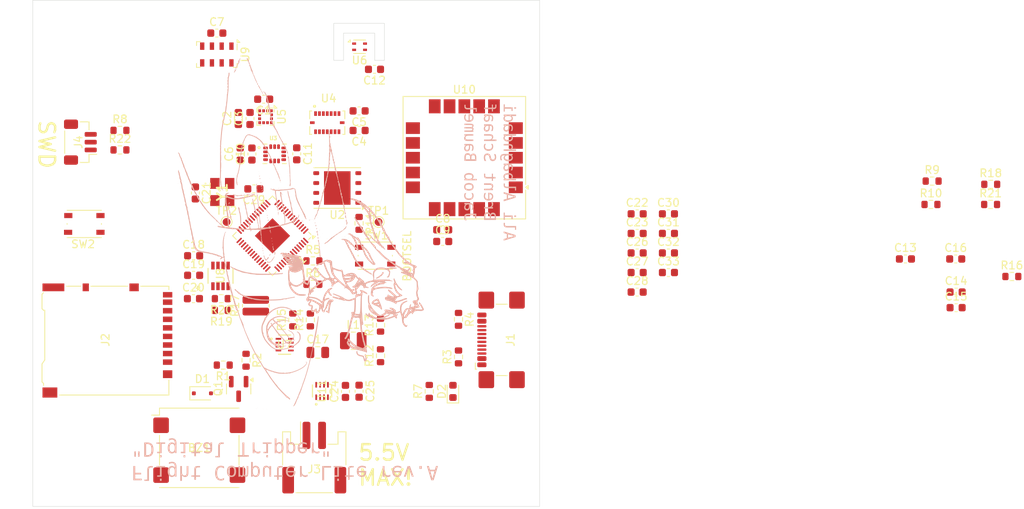
<source format=kicad_pcb>
(kicad_pcb (version 20240108) (generator "pcbnew") (generator_version "8.0")
  (layers (0 "F.Cu" signal) (31 "B.Cu" signal) (34 "B.Paste" user) (35 "F.Paste" user) (36 "B.SilkS" user "B.Silkscreen") (37 "F.SilkS" user "F.Silkscreen") (38 "B.Mask" user) (39 "F.Mask" user) (44 "Edge.Cuts" user))
  (net 0 "")
  (net 1 "Net-(J1-CC2)")
  (net 2 "Net-(J1-CC1)")
  (net 3 "VBUS")
  (net 4 "+BATT")
  (net 13 "Net-(U5-C1)")
  (net 14 "/PSU/-IN")
  (net 19 "/PSU/+IN")
  (net 24 "Net-(U8-IN+)")
  (net 26 "Net-(U8-IN-)")
  (net 33 "/SWDIO")
  (net 38 "/SWCLK")
  (net 45 "Net-(U7-LX2)")
  (net 48 "Net-(U7-LX1)")
  (net 50 "/I2C Bus 2/I2C_2_SCL")
  (net 51 "/I2C Bus 2/I2C_2_SDA")
  (net 52 "/QSPI_SS")
  (net 53 "/PSU/TPS_FB")
  (net 54 "Net-(U7-MODE)")
  (net 55 "/I2C Bus 1/I2C_1_SDA")
  (net 56 "/I2C Bus 1/I2C_1_SCL")
  (net 58 "/QSPI_SD3")
  (net 59 "/I2C_1_SDA")
  (net 60 "/QSPI_SD1")
  (net 61 "/QSPI_SCLK")
  (net 63 "/I2C_1_SCL")
  (net 64 "/QSPI_SD0")
  (net 65 "/QSPI_SD2")
  (net 66 "/XIN")
  (net 67 "/PSU/I2C_1_SDA")
  (net 68 "/PSU/I2C_1_SCL")
  (net 70 "+3V3")
  (net 71 "Net-(BZ1--)")
  (net 72 "Net-(Q1-G)")
  (net 73 "GND")
  (net 74 "/BUZZER_CTL")
  (net 82 "/PSU/ST")
  (net 83 "/CPU_USB_D+")
  (net 97 "/CPU_USB_D-")
  (net 98 "/SC")
  (net 99 "/USB_D-")
  (net 100 "/USB_D+")
  (net 101 "/BOOTSEL")
  (net 102 "/PSU/PMON_ALERT")
  (net 103 "Net-(D2-K)")
  (net 104 "/SD")
  (net 105 "+1V1")
  (net 106 "/SD_DET")
  (net 107 "/USR")
  (net 108 "/RUN")
  (net 109 "/AD2")
  (net 110 "/AD0")
  (net 111 "/AD3")
  (net 112 "/AD1")
  (footprint "RF_GPS:ublox_SAM-M8Q" (layer "F.Cu") (at 181.5 75.5 180)
    (property "Reference" "U10" (at 0 8.75 0) (layer "F.SilkS"))
    (property "Value" "SAM-M10Q")
    (pad "1" smd rect (at -6.6 -3.8 180) (size 1.8 1.5) (layers "F.Cu" "F.Mask") (net 73 "GND"))
    (pad "2" smd rect (at -6.6 -1.9 180) (size 1.8 1.5) (layers "F.Cu" "F.Mask") (net 70 "+3V3"))
    (pad "3" smd rect (at -6.6 0 180) (size 1.8 1.5) (layers "F.Cu" "F.Mask"))
    (pad "4" smd rect (at -6.6 1.9 180) (size 1.8 1.5) (layers "F.Cu" "F.Mask") (net 73 "GND"))
    (pad "5" smd rect (at -6.6 3.8 180) (size 1.8 1.5) (layers "F.Cu" "F.Mask") (net 73 "GND"))
    (pad "6" smd rect (at -3.8 6.6 180) (size 1.5 1.8) (layers "F.Cu" "F.Mask") (net 73 "GND"))
    (pad "7" smd rect (at -1.9 6.6 180) (size 1.5 1.8) (layers "F.Cu" "F.Mask"))
    (pad "8" smd rect (at 0 6.6 180) (size 1.5 1.8) (layers "F.Cu" "F.Mask"))
    (pad "9" smd rect (at 1.9 6.6 180) (size 1.5 1.8) (layers "F.Cu" "F.Mask") (net 51 "/I2C Bus 2/I2C_2_SDA"))
    (pad "10" smd rect (at 3.8 6.6 180) (size 1.5 1.8) (layers "F.Cu" "F.Mask") (net 73 "GND"))
    (pad "11" smd rect (at 6.6 3.8 180) (size 1.8 1.5) (layers "F.Cu" "F.Mask") (net 73 "GND"))
    (pad "12" smd rect (at 6.6 1.9 180) (size 1.8 1.5) (layers "F.Cu" "F.Mask") (net 50 "/I2C Bus 2/I2C_2_SCL"))
    (pad "13" smd rect (at 6.6 0 180) (size 1.8 1.5) (layers "F.Cu" "F.Mask"))
    (pad "14" smd rect (at 6.6 -1.9 180) (size 1.8 1.5) (layers "F.Cu" "F.Mask"))
    (pad "15" smd rect (at 6.6 -3.8 180) (size 1.8 1.5) (layers "F.Cu" "F.Mask") (net 73 "GND"))
    (pad "16" smd rect (at 3.8 -6.6 180) (size 1.5 1.8) (layers "F.Cu" "F.Mask") (net 73 "GND"))
    (pad "17" smd rect (at 1.9 -6.6 180) (size 1.5 1.8) (layers "F.Cu" "F.Mask") (net 70 "+3V3"))
    (pad "18" smd rect (at 0 -6.6 180) (size 1.5 1.8) (layers "F.Cu" "F.Mask"))
    (pad "19" smd rect (at -1.9 -6.6 180) (size 1.5 1.8) (layers "F.Cu" "F.Mask"))
    (pad "20" smd rect (at -3.8 -6.6 180) (size 1.5 1.8) (layers "F.Cu" "F.Mask") (net 73 "GND"))
  )
  (footprint "Connector_JST:JST_SH_BM03B-SRSS-TB_1x03-1MP_P1.00mm_Vertical" (layer "F.Cu") (at 132.25 73.5 90)
    (property "Reference" "J4" (at 0 -0.25 90) (layer "F.SilkS"))
    (property "Value" "Conn_01x03_Pin")
    (pad "1" smd roundrect (at -1 1.325 90) (size 0.6 1.55) (layers "F.Cu" "F.Paste" "F.Mask") (net 33 "/SWDIO"))
    (pad "2" smd roundrect (at 0 1.325 90) (size 0.6 1.55) (layers "F.Cu" "F.Paste" "F.Mask") (net 73 "GND"))
    (pad "3" smd roundrect (at 1 1.325 90) (size 0.6 1.55) (layers "F.Cu" "F.Paste" "F.Mask") (net 38 "/SWCLK"))
    (pad "MP" smd roundrect (at -2.3 -1.2 90) (size 1.2 1.8) (layers "F.Cu" "F.Paste" "F.Mask") (roundrect_rratio 0.208333))
    (pad "MP" smd roundrect (at 2.3 -1.2 90) (size 1.2 1.8) (layers "F.Cu" "F.Paste" "F.Mask") (roundrect_rratio 0.208333))
  )
  (footprint "Capacitor_SMD:C_0603_1608Metric" (layer "F.Cu") (at 168 69.49 180)
    (property "Reference" "C5" (at 0 -1.43 0) (layer "F.SilkS"))
    (property "Value" "0.1u")
    (pad "1" smd roundrect (at -0.775 0 180) (size 0.9 0.95) (layers "F.Cu" "F.Paste" "F.Mask") (net 73 "GND"))
    (pad "2" smd roundrect (at 0.775 0 180) (size 0.9 0.95) (layers "F.Cu" "F.Paste" "F.Mask") (net 70 "+3V3"))
  )
  (footprint "Connector_Card:microSD_HC_Hirose_DM3AT-SF-PEJM5" (layer "F.Cu") (at 135.715 98.97 -90)
    (property "Reference" "J2" (at -0.075 0.25 90) (layer "F.SilkS"))
    (property "Value" "Micro_SD_Card_Det2")
    (pad "1" smd rect (at 2.775 -7.725 270) (size 0.7 1.2) (layers "F.Cu" "F.Paste" "F.Mask"))
    (pad "2" smd rect (at 1.675 -7.725 270) (size 0.7 1.2) (layers "F.Cu" "F.Paste" "F.Mask"))
    (pad "3" smd rect (at 0.575 -7.725 270) (size 0.7 1.2) (layers "F.Cu" "F.Paste" "F.Mask"))
    (pad "4" smd rect (at -0.525 -7.725 270) (size 0.7 1.2) (layers "F.Cu" "F.Paste" "F.Mask") (net 70 "+3V3"))
    (pad "5" smd rect (at -1.625 -7.725 270) (size 0.7 1.2) (layers "F.Cu" "F.Paste" "F.Mask"))
    (pad "6" smd rect (at -2.725 -7.725 270) (size 0.7 1.2) (layers "F.Cu" "F.Paste" "F.Mask") (net 73 "GND"))
    (pad "7" smd rect (at -3.825 -7.725 270) (size 0.7 1.2) (layers "F.Cu" "F.Paste" "F.Mask"))
    (pad "8" smd rect (at -4.925 -7.725 270) (size 0.7 1.2) (layers "F.Cu" "F.Paste" "F.Mask"))
    (pad "9" smd rect (at -5.875 -7.725 270) (size 0.7 1.2) (layers "F.Cu" "F.Paste" "F.Mask") (net 73 "GND"))
    (pad "10" smd rect (at -6.825 2.775 270) (size 1 0.8) (layers "F.Cu" "F.Paste" "F.Mask") (net 106 "/SD_DET"))
    (pad "11" smd rect (at -6.825 -3.425 270) (size 1 1.2) (layers "F.Cu" "F.Paste" "F.Mask") (net 73 "GND"))
    (pad "11" smd rect (at -6.825 6.925 270) (size 1 2.8) (layers "F.Cu" "F.Paste" "F.Mask") (net 73 "GND"))
    (pad "11" smd rect (at 4.325 -7.725 270) (size 1 1.2) (layers "F.Cu" "F.Paste" "F.Mask") (net 73 "GND"))
    (pad "11" smd rect (at 6.675 7.375 270) (size 1.3 1.9) (layers "F.Cu" "F.Paste" "F.Mask") (net 73 "GND"))
  )
  (footprint "Capacitor_SMD:C_0603_1608Metric" (layer "F.Cu") (at 244.575 94.75)
    (property "Reference" "C15" (at 0 -1.43 0) (layer "F.SilkS"))
    (property "Value" "0.1u")
    (pad "1" smd roundrect (at -0.775 0) (size 0.9 0.95) (layers "F.Cu" "F.Paste" "F.Mask") (net 14 "/PSU/-IN"))
    (pad "2" smd roundrect (at 0.775 0) (size 0.9 0.95) (layers "F.Cu" "F.Paste" "F.Mask") (net 73 "GND"))
  )
  (footprint "Package_SON:WSON-8-1EP_6x5mm_P1.27mm_EP3.4x4.3mm" (layer "F.Cu") (at 165.2 79.385 180)
    (property "Reference" "U2" (at 0 -3.45 0) (layer "F.SilkS"))
    (property "Value" "W25Q32JVZP")
    (pad "1" smd roundrect (at -2.7 -1.905 180) (size 0.75 0.5) (layers "F.Cu" "F.Paste" "F.Mask") (net 52 "/QSPI_SS"))
    (pad "2" smd roundrect (at -2.7 -0.635 180) (size 0.75 0.5) (layers "F.Cu" "F.Paste" "F.Mask") (net 60 "/QSPI_SD1"))
    (pad "3" smd roundrect (at -2.7 0.635 180) (size 0.75 0.5) (layers "F.Cu" "F.Paste" "F.Mask") (net 65 "/QSPI_SD2"))
    (pad "4" smd roundrect (at -2.7 1.905 180) (size 0.75 0.5) (layers "F.Cu" "F.Paste" "F.Mask") (net 73 "GND"))
    (pad "5" smd roundrect (at 2.7 1.905 180) (size 0.75 0.5) (layers "F.Cu" "F.Paste" "F.Mask") (net 64 "/QSPI_SD0"))
    (pad "6" smd roundrect (at 2.7 0.635 180) (size 0.75 0.5) (layers "F.Cu" "F.Paste" "F.Mask") (net 61 "/QSPI_SCLK"))
    (pad "7" smd roundrect (at 2.7 -0.635 180) (size 0.75 0.5) (layers "F.Cu" "F.Paste" "F.Mask") (net 58 "/QSPI_SD3"))
    (pad "8" smd roundrect (at 2.7 -1.905 180) (size 0.75 0.5) (layers "F.Cu" "F.Paste" "F.Mask") (net 70 "+3V3"))
    (pad "9" smd rect (at 0 0 180) (size 3.4 4.3) (property pad_prop_heatsink) (layers "F.Cu" "F.Mask"))
  )
  (footprint "Capacitor_SMD:C_0603_1608Metric" (layer "F.Cu") (at 146.775 90.5957)
    (property "Reference" "C19" (at 0 -1.43 0) (layer "F.SilkS"))
    (property "Value" "2.2u")
    (pad "1" smd roundrect (at -0.775 0) (size 0.9 0.95) (layers "F.Cu" "F.Paste" "F.Mask") (net 73 "GND"))
    (pad "2" smd roundrect (at 0.775 0) (size 0.9 0.95) (layers "F.Cu" "F.Paste" "F.Mask") (net 19 "/PSU/+IN"))
  )
  (footprint "Capacitor_SMD:C_0603_1608Metric" (layer "F.Cu") (at 203.665 82.71)
    (property "Reference" "C22" (at 0 -1.43 0) (layer "F.SilkS"))
    (property "Value" "0.1u")
    (pad "1" smd roundrect (at -0.775 0) (size 0.9 0.95) (layers "F.Cu" "F.Paste" "F.Mask") (net 70 "+3V3"))
    (pad "2" smd roundrect (at 0.775 0) (size 0.9 0.95) (layers "F.Cu" "F.Paste" "F.Mask") (net 73 "GND"))
  )
  (footprint "Capacitor_SMD:C_0603_1608Metric" (layer "F.Cu") (at 203.665 85.22)
    (property "Reference" "C23" (at 0 -1.43 0) (layer "F.SilkS"))
    (property "Value" "0.1u")
    (pad "1" smd roundrect (at -0.775 0) (size 0.9 0.95) (layers "F.Cu" "F.Paste" "F.Mask") (net 70 "+3V3"))
    (pad "2" smd roundrect (at 0.775 0) (size 0.9 0.95) (layers "F.Cu" "F.Paste" "F.Mask") (net 73 "GND"))
  )
  (footprint "Resistor_SMD:R_0603_1608Metric" (layer "F.Cu") (at 177 105.5 90)
    (property "Reference" "R7" (at 0 -1.43 90) (layer "F.SilkS"))
    (property "Value" "R")
    (pad "1" smd roundrect (at -0.825 0 90) (size 0.8 0.95) (layers "F.Cu" "F.Paste" "F.Mask") (net 103 "Net-(D2-K)"))
    (pad "2" smd roundrect (at 0.825 0 90) (size 0.8 0.95) (layers "F.Cu" "F.Paste" "F.Mask") (net 73 "GND"))
  )
  (footprint "Connector_USB:USB_C_Receptacle_GCT_USB4110" (layer "F.Cu") (at 187.425 98.89 90)
    (property "Reference" "J1" (at 0 0 90) (layer "F.SilkS"))
    (property "Value" "USB_C_Receptacle_USB2.0_16P")
    (pad "" np_thru_hole circle (at -2.89 -2.605 90) (size 0.65 0.65) (drill 0.65) (layers "F&B.Cu" "*.Mask"))
    (pad "" np_thru_hole circle (at 2.89 -2.605 90) (size 0.65 0.65) (drill 0.65) (layers "F&B.Cu" "*.Mask"))
    (pad "A1" smd roundrect (at -3.2 -3.68 90) (size 0.6 1.15) (layers "F.Cu" "F.Paste" "F.Mask") (net 73 "GND"))
    (pad "A4" smd roundrect (at -2.4 -3.68 90) (size 0.6 1.15) (layers "F.Cu" "F.Paste" "F.Mask") (net 3 "VBUS"))
    (pad "A5" smd roundrect (at -1.25 -3.68 90) (size 0.3 1.15) (layers "F.Cu" "F.Paste" "F.Mask") (net 2 "Net-(J1-CC1)"))
    (pad "A6" smd roundrect (at -0.25 -3.68 90) (size 0.3 1.15) (layers "F.Cu" "F.Paste" "F.Mask") (net 100 "/USB_D+"))
    (pad "A7" smd roundrect (at 0.25 -3.68 90) (size 0.3 1.15) (layers "F.Cu" "F.Paste" "F.Mask") (net 99 "/USB_D-"))
    (pad "A8" smd roundrect (at 1.25 -3.68 90) (size 0.3 1.15) (layers "F.Cu" "F.Paste" "F.Mask"))
    (pad "A9" smd roundrect (at 2.4 -3.68 90) (size 0.6 1.15) (layers "F.Cu" "F.Paste" "F.Mask") (net 3 "VBUS"))
    (pad "A12" smd roundrect (at 3.2 -3.68 90) (size 0.6 1.15) (layers "F.Cu" "F.Paste" "F.Mask") (net 73 "GND"))
    (pad "B1" smd roundrect (at 3.2 -3.68 90) (size 0.6 1.15) (layers "F.Cu" "F.Paste" "F.Mask") (net 73 "GND"))
    (pad "B4" smd roundrect (at 2.4 -3.68 90) (size 0.6 1.15) (layers "F.Cu" "F.Paste" "F.Mask") (net 3 "VBUS"))
    (pad "B5" smd roundrect (at 1.75 -3.68 90) (size 0.3 1.15) (layers "F.Cu" "F.Paste" "F.Mask") (net 1 "Net-(J1-CC2)"))
    (pad "B6" smd roundrect (at 0.75 -3.68 90) (size 0.3 1.15) (layers "F.Cu" "F.Paste" "F.Mask") (net 100 "/USB_D+"))
    (pad "B7" smd roundrect (at -0.75 -3.68 90) (size 0.3 1.15) (layers "F.Cu" "F.Paste" "F.Mask") (net 99 "/USB_D-"))
    (pad "B8" smd roundrect (at -1.75 -3.68 90) (size 0.3 1.15) (layers "F.Cu" "F.Paste" "F.Mask"))
    (pad "B9" smd roundrect (at -2.4 -3.68 90) (size 0.6 1.15) (layers "F.Cu" "F.Paste" "F.Mask") (net 3 "VBUS"))
    (pad "B12" smd roundrect (at -3.2 -3.68 90) (size 0.6 1.15) (layers "F.Cu" "F.Paste" "F.Mask") (net 73 "GND"))
    (pad "S1" smd roundrect (at -5.11 -3.105 90) (size 2.18 2) (layers "F.Cu" "F.Paste" "F.Mask") (roundrect_rratio 0.125))
    (pad "S1" smd roundrect (at -5.11 0.825 90) (size 2.18 2) (layers "F.Cu" "F.Paste" "F.Mask") (roundrect_rratio 0.125))
    (pad "S1" smd roundrect (at 5.11 -3.105 90) (size 2.18 2) (layers "F.Cu" "F.Paste" "F.Mask") (roundrect_rratio 0.125))
    (pad "S1" smd roundrect (at 5.11 0.825 90) (size 2.18 2) (layers "F.Cu" "F.Paste" "F.Mask") (roundrect_rratio 0.125))
  )
  (footprint "Capacitor_SMD:C_0603_1608Metric" (layer "F.Cu") (at 207.675 82.71)
    (property "Reference" "C30" (at 0 -1.43 0) (layer "F.SilkS"))
    (property "Value" "2.2u")
    (pad "1" smd roundrect (at -0.775 0) (size 0.9 0.95) (layers "F.Cu" "F.Paste" "F.Mask") (net 70 "+3V3"))
    (pad "2" smd roundrect (at 0.775 0) (size 0.9 0.95) (layers "F.Cu" "F.Paste" "F.Mask") (net 73 "GND"))
  )
  (footprint "Resistor_SMD:R_0603_1608Metric" (layer "F.Cu") (at 251.725 90.75)
    (property "Reference" "R16" (at 0 -1.43 0) (layer "F.SilkS"))
    (property "Value" "10k")
    (pad "1" smd roundrect (at -0.825 0) (size 0.8 0.95) (layers "F.Cu" "F.Paste" "F.Mask") (net 19 "/PSU/+IN"))
    (pad "2" smd roundrect (at 0.825 0) (size 0.8 0.95) (layers "F.Cu" "F.Paste" "F.Mask") (net 73 "GND"))
  )
  (footprint "Package_LGA:LGA-8_3x5mm_P1.25mm" (layer "F.Cu") (at 149.75 62.25 -90)
    (property "Reference" "U9" (at 0 -3.65 90) (layer "F.SilkS"))
    (property "Value" "MS5611-01BA")
    (pad "1" smd rect (at -1.075 -1.875 270) (size 0.95 0.55) (layers "F.Cu" "F.Paste" "F.Mask") (net 70 "+3V3"))
    (pad "2" smd rect (at -1.075 -0.625 270) (size 0.95 0.55) (layers "F.Cu" "F.Paste" "F.Mask") (net 70 "+3V3"))
    (pad "3" smd rect (at -1.075 0.625 270) (size 0.95 0.55) (layers "F.Cu" "F.Paste" "F.Mask") (net 73 "GND"))
    (pad "4" smd rect (at -1.075 1.875 270) (size 0.95 0.55) (layers "F.Cu" "F.Paste" "F.Mask") (net 73 "GND"))
    (pad "5" smd rect (at 1.075 1.875 270) (size 0.95 0.55) (layers "F.Cu" "F.Paste" "F.Mask") (net 73 "GND"))
    (pad "6" smd rect (at 1.075 0.625 270) (size 0.95 0.55) (layers "F.Cu" "F.Paste" "F.Mask"))
    (pad "7" smd rect (at 1.075 -0.625 270) (size 0.95 0.55) (layers "F.Cu" "F.Paste" "F.Mask") (net 51 "/I2C Bus 2/I2C_2_SDA"))
    (pad "8" smd rect (at 1.075 -1.875 270) (size 0.95 0.55) (layers "F.Cu" "F.Paste" "F.Mask") (net 50 "/I2C Bus 2/I2C_2_SCL"))
  )
  (footprint "LRI_partlib:INA232AIDDFR" (layer "F.Cu") (at 150.224979 90.67285 90)
    (property "Reference" "U8" (at 0 0 90) (layer "F.SilkS"))
    (property "Value" "INA232AIDDFR")
    (fp_text user "*" (at -1.58115 -2.549779 90) (layer "F.SilkS"))
    (fp_text user "*" (at -1.58115 -2.549779 90) (layer "F.SilkS"))
    (pad "1" smd rect (at -1.32715 -0.974979 90) (size 1.0033 0.4318) (layers "F.Cu" "F.Paste" "F.Mask") (net 24 "Net-(U8-IN+)"))
    (pad "2" smd rect (at -1.32715 -0.324993 90) (size 1.0033 0.4318) (layers "F.Cu" "F.Paste" "F.Mask") (net 26 "Net-(U8-IN-)"))
    (pad "3" smd rect (at -1.32715 0.324993 90) (size 1.0033 0.4318) (layers "F.Cu" "F.Paste" "F.Mask") (net 73 "GND"))
    (pad "4" smd rect (at -1.32715 0.974979 90) (size 1.0033 0.4318) (layers "F.Cu" "F.Paste" "F.Mask") (net 19 "/PSU/+IN"))
    (pad "5" smd rect (at 1.32715 0.974979 90) (size 1.0033 0.4318) (layers "F.Cu" "F.Paste" "F.Mask") (net 68 "/PSU/I2C_1_SCL"))
    (pad "6" smd rect (at 1.32715 0.324993 90) (size 1.0033 0.4318) (layers "F.Cu" "F.Paste" "F.Mask") (net 67 "/PSU/I2C_1_SDA"))
    (pad "7" smd rect (at 1.32715 -0.324993 90) (size 1.0033 0.4318) (layers "F.Cu" "F.Paste" "F.Mask") (net 73 "GND"))
    (pad "8" smd rect (at 1.32715 -0.974979 90) (size 1.0033 0.4318) (layers "F.Cu" "F.Paste" "F.Mask") (net 102 "/PSU/PMON_ALERT"))
  )
  (footprint "Resistor_SMD:R_0603_1608Metric" (layer "F.Cu") (at 137.325 71.99)
    (property "Reference" "R8" (at 0 -1.43 0) (layer "F.SilkS"))
    (property "Value" "100")
    (pad "1" smd roundrect (at -0.825 0) (size 0.8 0.95) (layers "F.Cu" "F.Paste" "F.Mask") (net 38 "/SWCLK"))
    (pad "2" smd roundrect (at 0.825 0) (size 0.8 0.95) (layers "F.Cu" "F.Paste" "F.Mask") (net 98 "/SC"))
  )
  (footprint "Resistor_SMD:R_0603_1608Metric" (layer "F.Cu") (at 170.75 100.925 90)
    (property "Reference" "R12" (at 0 -1.43 90) (layer "F.SilkS"))
    (property "Value" "107k")
    (pad "1" smd roundrect (at -0.825 0 90) (size 0.8 0.95) (layers "F.Cu" "F.Paste" "F.Mask") (net 70 "+3V3"))
    (pad "2" smd roundrect (at 0.825 0 90) (size 0.8 0.95) (layers "F.Cu" "F.Paste" "F.Mask") (net 53 "/PSU/TPS_FB"))
  )
  (footprint "Resistor_SMD:R_0603_1608Metric" (layer "F.Cu") (at 162.075 88.75)
    (property "Reference" "R5" (at 0 -1.43 0) (layer "F.SilkS"))
    (property "Value" "27.1")
    (pad "1" smd roundrect (at -0.825 0) (size 0.8 0.95) (layers "F.Cu" "F.Paste" "F.Mask") (net 100 "/USB_D+"))
    (pad "2" smd roundrect (at 0.825 0) (size 0.8 0.95) (layers "F.Cu" "F.Paste" "F.Mask") (net 83 "/CPU_USB_D+"))
  )
  (footprint "Capacitor_SMD:C_0603_1608Metric" (layer "F.Cu") (at 178.725 84.75)
    (property "Reference" "C8" (at 0 -1.43 0) (layer "F.SilkS"))
    (property "Value" "1u")
    (pad "1" smd roundrect (at -0.775 0) (size 0.9 0.95) (layers "F.Cu" "F.Paste" "F.Mask") (net 73 "GND"))
    (pad "2" smd roundrect (at 0.775 0) (size 0.9 0.95) (layers "F.Cu" "F.Paste" "F.Mask") (net 70 "+3V3"))
  )
  (footprint "Capacitor_SMD:C_0603_1608Metric" (layer "F.Cu") (at 154.5 79.5 180)
    (property "Reference" "C29" (at 0 -1.43 360) (layer "F.SilkS"))
    (property "Value" "0.1u")
    (pad "1" smd roundrect (at -0.775 0 180) (size 0.9 0.95) (layers "F.Cu" "F.Paste" "F.Mask") (net 70 "+3V3"))
    (pad "2" smd roundrect (at 0.775 0 180) (size 0.9 0.95) (layers "F.Cu" "F.Paste" "F.Mask") (net 73 "GND"))
  )
  (footprint "Resistor_SMD:R_0603_1608Metric" (layer "F.Cu") (at 159.5 96.325 90)
    (property "Reference" "R15" (at 0 -1.43 90) (layer "F.SilkS"))
    (property "Value" "0R")
    (pad "1" smd roundrect (at -0.825 0 90) (size 0.8 0.95) (layers "F.Cu" "F.Paste" "F.Mask") (net 54 "Net-(U7-MODE)"))
    (pad "2" smd roundrect (at 0.825 0 90) (size 0.8 0.95) (layers "F.Cu" "F.Paste" "F.Mask") (net 73 "GND"))
  )
  (footprint "Resistor_SMD:R_0612_1632Metric" (layer "F.Cu") (at 154.75 94.5 90)
    (property "Reference" "R17" (at 0 -2.65 90) (layer "F.SilkS"))
    (property "Value" "10m")
    (pad "1" smd roundrect (at -0.75 0 90) (size 1 3.4) (layers "F.Cu" "F.Paste" "F.Mask") (net 19 "/PSU/+IN"))
    (pad "2" smd roundrect (at 0.75 0 90) (size 1 3.4) (layers "F.Cu" "F.Paste" "F.Mask") (net 14 "/PSU/-IN"))
  )
  (footprint "Capacitor_SMD:C_0603_1608Metric" (layer "F.Cu") (at 244.575 92.75)
    (property "Reference" "C14" (at 0 -1.43 0) (layer "F.SilkS"))
    (property "Value" "10u")
    (pad "1" smd roundrect (at -0.775 0) (size 0.9 0.95) (layers "F.Cu" "F.Paste" "F.Mask") (net 14 "/PSU/-IN"))
    (pad "2" smd roundrect (at 0.775 0) (size 0.9 0.95) (layers "F.Cu" "F.Paste" "F.Mask") (net 73 "GND"))
  )
  (footprint "Capacitor_SMD:C_0603_1608Metric" (layer "F.Cu") (at 146.75 93.5957)
    (property "Reference" "C20" (at 0 -1.43 0) (layer "F.SilkS"))
    (property "Value" "0.1u")
    (pad "1" smd roundrect (at -0.775 0) (size 0.9 0.95) (layers "F.Cu" "F.Paste" "F.Mask") (net 24 "Net-(U8-IN+)"))
    (pad "2" smd roundrect (at 0.775 0) (size 0.9 0.95) (layers "F.Cu" "F.Paste" "F.Mask") (net 26 "Net-(U8-IN-)"))
  )
  (footprint "Capacitor_SMD:C_0603_1608Metric" (layer "F.Cu") (at 168 72 180)
    (property "Reference" "C4" (at 0 -1.43 0) (layer "F.SilkS"))
    (property "Value" "0.1u")
    (pad "1" smd roundrect (at -0.775 0 180) (size 0.9 0.95) (layers "F.Cu" "F.Paste" "F.Mask") (net 73 "GND"))
    (pad "2" smd roundrect (at 0.775 0 180) (size 0.9 0.95) (layers "F.Cu" "F.Paste" "F.Mask") (net 70 "+3V3"))
  )
  (footprint "Resistor_SMD:R_0603_1608Metric" (layer "F.Cu") (at 180.75 96.25 -90)
    (property "Reference" "R4" (at 0 -1.43 90) (layer "F.SilkS"))
    (property "Value" "5.1K")
    (pad "1" smd roundrect (at -0.825 0 270) (size 0.8 0.95) (layers "F.Cu" "F.Paste" "F.Mask") (net 73 "GND"))
    (pad "2" smd roundrect (at 0.825 0 270) (size 0.8 0.95) (layers "F.Cu" "F.Paste" "F.Mask") (net 1 "Net-(J1-CC2)"))
  )
  (footprint "Capacitor_SMD:C_0603_1608Metric" (layer "F.Cu") (at 166.25 105.5 90)
    (property "Reference" "C24" (at 0 -1.43 90) (layer "F.SilkS"))
    (property "Value" "2.2u")
    (pad "1" smd roundrect (at -0.775 0 90) (size 0.9 0.95) (layers "F.Cu" "F.Paste" "F.Mask") (net 73 "GND"))
    (pad "2" smd roundrect (at 0.775 0 90) (size 0.9 0.95) (layers "F.Cu" "F.Paste" "F.Mask") (net 19 "/PSU/+IN"))
  )
  (footprint "Capacitor_SMD:C_0603_1608Metric" (layer "F.Cu") (at 178.725 86.25)
    (property "Reference" "C9" (at 0 -1.43 0) (layer "F.SilkS"))
    (property "Value" "0.1u")
    (pad "1" smd roundrect (at -0.775 0) (size 0.9 0.95) (layers "F.Cu" "F.Paste" "F.Mask") (net 73 "GND"))
    (pad "2" smd roundrect (at 0.775 0) (size 0.9 0.95) (layers "F.Cu" "F.Paste" "F.Mask") (net 70 "+3V3"))
  )
  (footprint "Capacitor_SMD:C_0603_1608Metric" (layer "F.Cu") (at 203.665 87.73)
    (property "Reference" "C26" (at 0 -1.43 0) (layer "F.SilkS"))
    (property "Value" "0.1u")
    (pad "1" smd roundrect (at -0.775 0) (size 0.9 0.95) (layers "F.Cu" "F.Paste" "F.Mask") (net 70 "+3V3"))
    (pad "2" smd roundrect (at 0.775 0) (size 0.9 0.95) (layers "F.Cu" "F.Paste" "F.Mask") (net 73 "GND"))
  )
  (footprint "Capacitor_SMD:C_0603_1608Metric" (layer "F.Cu") (at 203.665 92.75)
    (property "Reference" "C28" (at 0 -1.43 0) (layer "F.SilkS"))
    (property "Value" "0.1u")
    (pad "1" smd roundrect (at -0.775 0) (size 0.9 0.95) (layers "F.Cu" "F.Paste" "F.Mask") (net 70 "+3V3"))
    (pad "2" smd roundrect (at 0.775 0) (size 0.9 0.95) (layers "F.Cu" "F.Paste" "F.Mask") (net 73 "GND"))
  )
  (footprint "Resistor_SMD:R_0603_1608Metric" (layer "F.Cu") (at 153.5 101.5 -90)
    (property "Reference" "R2" (at 0 -1.43 90) (layer "F.SilkS"))
    (property "Value" "1K")
    (pad "1" smd roundrect (at -0.825 0 270) (size 0.8 0.95) (layers "F.Cu" "F.Paste" "F.Mask") (net 74 "/BUZZER_CTL"))
    (pad "2" smd roundrect (at 0.825 0 270) (size 0.8 0.95) (layers "F.Cu" "F.Paste" "F.Mask") (net 72 "Net-(Q1-G)"))
  )
  (footprint "Capacitor_SMD:C_0603_1608Metric" (layer "F.Cu") (at 147 80.025 -90)
    (property "Reference" "C21" (at 0 -1.43 90) (layer "F.SilkS"))
    (property "Value" "0.1u")
    (pad "1" smd roundrect (at -0.775 0 270) (size 0.9 0.95) (layers "F.Cu" "F.Paste" "F.Mask") (net 70 "+3V3"))
    (pad "2" smd roundrect (at 0.775 0 270) (size 0.9 0.95) (layers "F.Cu" "F.Paste" "F.Mask") (net 73 "GND"))
  )
  (footprint "Resistor_SMD:R_0603_1608Metric" (layer "F.Cu") (at 249 81.5)
    (property "Reference" "R21" (at 0 -1.43 0) (layer "F.SilkS"))
    (property "Value" "I2C")
    (pad "1" smd roundrect (at -0.825 0) (size 0.8 0.95) (layers "F.Cu" "F.Paste" "F.Mask") (net 70 "+3V3"))
    (pad "2" smd roundrect (at 0.825 0) (size 0.8 0.95) (layers "F.Cu" "F.Paste" "F.Mask") (net 56 "/I2C Bus 1/I2C_1_SCL"))
  )
  (footprint "MountingHole:MountingHole_4.3mm_M4" (layer "F.Cu") (at 184.9 61.025)
    (property "Reference" "H2" (hide yes))
    (property "Value" "MountingHole" (hide yes))
    (pad "" np_thru_hole circle (at 0 0) (size 4.3 4.3) (drill 4.3) (layers "*.Cu" "*.Mask"))
  )
  (footprint "Capacitor_SMD:C_0603_1608Metric" (layer "F.Cu") (at 149.75 59.5)
    (property "Reference" "C7" (at 0 -1.43 0) (layer "F.SilkS"))
    (property "Value" "0.1u")
    (pad "1" smd roundrect (at -0.775 0) (size 0.9 0.95) (layers "F.Cu" "F.Paste" "F.Mask") (net 73 "GND"))
    (pad "2" smd roundrect (at 0.775 0) (size 0.9 0.95) (layers "F.Cu" "F.Paste" "F.Mask") (net 70 "+3V3"))
  )
  (footprint "Capacitor_SMD:C_0603_1608Metric" (layer "F.Cu") (at 207.675 90.24)
    (property "Reference" "C33" (at 0 -1.43 0) (layer "F.SilkS"))
    (property "Value" "0.1u")
    (pad "1" smd roundrect (at -0.775 0) (size 0.9 0.95) (layers "F.Cu" "F.Paste" "F.Mask") (net 105 "+1V1"))
    (pad "2" smd roundrect (at 0.775 0) (size 0.9 0.95) (layers "F.Cu" "F.Paste" "F.Mask") (net 73 "GND"))
  )
  (footprint "Capacitor_SMD:C_0805_2012Metric" (layer "F.Cu") (at 162.7 100.5)
    (property "Reference" "C17" (at 0 -1.68 0) (layer "F.SilkS"))
    (property "Value" "47u")
    (pad "1" smd roundrect (at -0.95 0) (size 1 1.45) (layers "F.Cu" "F.Paste" "F.Mask") (net 70 "+3V3"))
    (pad "2" smd roundrect (at 0.95 0) (size 1 1.45) (layers "F.Cu" "F.Paste" "F.Mask") (net 73 "GND"))
  )
  (footprint "Package_DFN_QFN:QFN-56-1EP_7x7mm_P0.4mm_EP3.2x3.2mm" (layer "F.Cu") (at 156.887786 85.526427 -135)
    (property "Reference" "U1" (at 0 -4.83 45) (layer "F.SilkS"))
    (property "Value" "RP2040")
    (pad "1" smd roundrect (at -3.4375 -2.6 225) (size 0.875 0.2) (layers "F.Cu" "F.Paste" "F.Mask") (net 70 "+3V3"))
    (pad "2" smd roundrect (at -3.4375 -2.199999 225) (size 0.875 0.2) (layers "F.Cu" "F.Paste" "F.Mask") (net 59 "/I2C_1_SDA"))
    (pad "3" smd roundrect (at -3.4375 -1.8 225) (size 0.875 0.2) (layers "F.Cu" "F.Paste" "F.Mask") (net 63 "/I2C_1_SCL"))
    (pad "4" smd roundrect (at -3.4375 -1.4 225) (size 0.875 0.2) (layers "F.Cu" "F.Paste" "F.Mask") (net 51 "/I2C Bus 2/I2C_2_SDA"))
    (pad "5" smd roundrect (at -3.4375 -1 225) (size 0.875 0.2) (layers "F.Cu" "F.Paste" "F.Mask") (net 50 "/I2C Bus 2/I2C_2_SCL"))
    (pad "6" smd roundrect (at -3.4375 -0.600001 225) (size 0.875 0.2) (layers "F.Cu" "F.Paste" "F.Mask"))
    (pad "7" smd roundrect (at -3.4375 -0.2 225) (size 0.875 0.2) (layers "F.Cu" "F.Paste" "F.Mask"))
    (pad "8" smd roundrect (at -3.4375 0.2 225) (size 0.875 0.2) (layers "F.Cu" "F.Paste" "F.Mask"))
    (pad "9" smd roundrect (at -3.4375 0.600001 225) (size 0.875 0.2) (layers "F.Cu" "F.Paste" "F.Mask"))
    (pad "10" smd roundrect (at -3.4375 1 225) (size 0.875 0.2) (layers "F.Cu" "F.Paste" "F.Mask") (net 70 "+3V3"))
    (pad "11" smd roundrect (at -3.4375 1.4 225) (size 0.875 0.2) (layers "F.Cu" "F.Paste" "F.Mask"))
    (pad "12" smd roundrect (at -3.4375 1.8 225) (size 0.875 0.2) (layers "F.Cu" "F.Paste" "F.Mask"))
    (pad "13" smd roundrect (at -3.4375 2.199999 225) (size 0.875 0.2) (layers "F.Cu" "F.Paste" "F.Mask"))
    (pad "14" smd roundrect (at -3.4375 2.6 225) (size 0.875 0.2) (layers "F.Cu" "F.Paste" "F.Mask"))
    (pad "15" smd roundrect (at -2.6 3.4375 225) (size 0.2 0.875) (layers "F.Cu" "F.Paste" "F.Mask"))
    (pad "16" smd roundrect (at -2.199999 3.4375 225) (size 0.2 0.875) (layers "F.Cu" "F.Paste" "F.Mask") (net 107 "/USR"))
    (pad "17" smd roundrect (at -1.8 3.4375 225) (size 0.2 0.875) (layers "F.Cu" "F.Paste" "F.Mask"))
    (pad "18" smd roundrect (at -1.4 3.4375 225) (size 0.2 0.875) (layers "F.Cu" "F.Paste" "F.Mask"))
    (pad "19" smd roundrect (at -1 3.4375 225) (size 0.2 0.875) (layers "F.Cu" "F.Paste" "F.Mask") (net 73 "GND"))
    (pad "20" smd roundrect (at -0.600001 3.4375 225) (size 0.2 0.875) (layers "F.Cu" "F.Paste" "F.Mask") (net 66 "/XIN"))
    (pad "21" smd roundrect (at -0.2 3.4375 225) (size 0.2 0.875) (layers "F.Cu" "F.Paste" "F.Mask"))
    (pad "22" smd roundrect (at 0.2 3.4375 225) (size 0.2 0.875) (layers "F.Cu" "F.Paste" "F.Mask") (net 70 "+3V3"))
    (pad "23" smd roundrect (at 0.600001 3.4375 225) (size 0.2 0.875) (layers "F.Cu" "F.Paste" "F.Mask") (net 105 "+1V1"))
    (pad "24" smd roundrect (at 1 3.4375 225) (size 0.2 0.875) (layers "F.Cu" "F.Paste" "F.Mask") (net 98 "/SC"))
    (pad "25" smd roundrect (at 1.4 3.4375 225) (size 0.2 0.875) (layers "F.Cu" "F.Paste" "F.Mask") (net 104 "/SD"))
    (pad "26" smd roundrect (at 1.8 3.4375 225) (size 0.2 0.875) (layers "F.Cu" "F.Paste" "F.Mask") (net 108 "/RUN"))
    (pad "27" smd roundrect (at 2.199999 3.4375 225) (size 0.2 0.875) (layers "F.Cu" "F.Paste" "F.Mask"))
    (pad "28" smd roundrect (at 2.6 3.4375 225) (size 0.2 0.875) (layers "F.Cu" "F.Paste" "F.Mask"))
    (pad "29" smd roundrect (at 3.4375 2.6 225) (size 0.875 0.2) (layers "F.Cu" "F.Paste" "F.Mask"))
    (pad "30" smd roundrect (at 3.4375 2.199999 225) (size 0.875 0.2) (layers "F.Cu" "F.Paste" "F.Mask"))
    (pad "31" smd roundrect (at 3.4375 1.8 225) (size 0.875 0.2) (layers "F.Cu" "F.Paste" "F.Mask"))
    (pad "32" smd roundrect (at 3.4375 1.4 225) (size 0.875 0.2) (layers "F.Cu" "F.Paste" "F.Mask"))
    (pad "33" smd roundrect (at 3.4375 1 225) (size 0.875 0.2) (layers "F.Cu" "F.Paste" "F.Mask") (net 70 "+3V3"))
    (pad "34" smd roundrect (at 3.4375 0.600001 225) (size 0.875 0.2) (layers "F.Cu" "F.Paste" "F.Mask"))
    (pad "35" smd roundrect (at 3.4375 0.2 225) (size 0.875 0.2) (layers "F.Cu" "F.Paste" "F.Mask"))
    (pad "36" smd roundrect (at 3.4375 -0.2 225) (size 0.875 0.2) (layers "F.Cu" "F.Paste" "F.Mask"))
    (pad "37" smd roundrect (at 3.4375 -0.600001 225) (size 0.875 0.2) (layers "F.Cu" "F.Paste" "F.Mask"))
    (pad "38" smd roundrect (at 3.4375 -1 225) (size 0.875 0.2) (layers "F.Cu" "F.Paste" "F.Mask") (net 110 "/AD0"))
    (pad "39" smd roundrect (at 3.4375 -1.4 225) (size 0.875 0.2) (layers "F.Cu" "F.Paste" "F.Mask") (net 112 "/AD1"))
    (pad "40" smd roundrect (at 3.4375 -1.8 225) (size 0.875 0.2) (layers "F.Cu" "F.Paste" "F.Mask") (net 109 "/AD2"))
    (pad "41" smd roundrect (at 3.4375 -2.199999 225) (size 0.875 0.2) (layers "F.Cu" "F.Paste" "F.Mask") (net 111 "/AD3"))
    (pad "42" smd roundrect (at 3.4375 -2.6 225) (size 0.875 0.2) (layers "F.Cu" "F.Paste" "F.Mask") (net 70 "+3V3"))
    (pad "43" smd roundrect (at 2.6 -3.4375 225) (size 0.2 0.875) (layers "F.Cu" "F.Paste" "F.Mask"))
    (pad "44" smd roundrect (at 2.199999 -3.4375 225) (size 0.2 0.875) (layers "F.Cu" "F.Paste" "F.Mask") (net 70 "+3V3"))
    (pad "45" smd roundrect (at 1.8 -3.4375 225) (size 0.2 0.875) (layers "F.Cu" "F.Paste" "F.Mask") (net 70 "+3V3"))
    (pad "46" smd roundrect (at 1.4 -3.4375 225) (size 0.2 0.875) (layers "F.Cu" "F.Paste" "F.Mask") (net 97 "/CPU_USB_D-"))
    (pad "47" smd roundrect (at 1 -3.4375 225) (size 0.2 0.875) (layers "F.Cu" "F.Paste" "F.Mask") (net 83 "/CPU_USB_D+"))
    (pad "48" smd roundrect (at 0.600001 -3.4375 225) (size 0.2 0.875) (layers "F.Cu" "F.Paste" "F.Mask") (net 70 "+3V3"))
    (pad "49" smd roundrect (at 0.2 -3.4375 225) (size 0.2 0.875) (layers "F.Cu" "F.Paste" "F.Mask") (net 70 "+3V3"))
    (pad "50" smd roundrect (at -0.2 -3.4375 225) (size 0.2 0.875) (layers "F.Cu" "F.Paste" "F.Mask") (net 105 "+1V1"))
    (pad "51" smd roundrect (at -0.600001 -3.4375 225) (size 0.2 0.875) (layers "F.Cu" "F.Paste" "F.Mask") (net 58 "/QSPI_SD3"))
    (pad "52" smd roundrect (at -1 -3.4375 225) (size 0.2 0.875) (layers "F.Cu" "F.Paste" "F.Mask") (net 61 "/QSPI_SCLK"))
    (pad "53" smd roundrect (at -1.4 -3.4375 225) (size 0.2 0.875) (layers "F.Cu" "F.Paste" "F.Mask") (net 64 "/QSPI_SD0"))
    (pad "54" smd roundrect (at -1.8 -3.4375 225) (size 0.2 0.875) (layers "F.Cu" "F.Paste" "F.Mask") (net 65 "/QSPI_SD2"))
    (pad "55" smd roundrect (at -2.199999 -3.4375 225) (size 0.2 0.875) (layers "F.Cu" "F.Paste" "F.Mask") (net 60 "/QSPI_SD1"))
    (pad "56" smd roundrect (at -2.6 -3.4375 225) (size 0.2 0.875) (layers "F.Cu" "F.Paste" "F.Mask") (net 52 "/QSPI_SS"))
    (pad "57" smd rect (at 0 0 225) (size 3.2 3.2) (property pad_prop_heatsink) (layers "F.Cu" "F.Mask") (net 73 "GND"))
  )
  (footprint "Button_Switch_SMD:SW_Push_1P1T_NO_Vertical_Wuerth_434133025816" (layer "F.Cu") (at 132.75 84 180)
    (property "Reference" "SW2" (at 0.15 -2.6 0) (layer "F.SilkS"))
    (property "Value" "SW_Push")
    (pad "1" smd rect (at -2.075 -1.075 180) (size 1.05 0.65) (layers "F.Cu" "F.Paste" "F.Mask") (net 107 "/USR"))
    (pad "1" smd rect (at 2.075 -1.075 180) (size 1.05 0.65) (layers "F.Cu" "F.Paste" "F.Mask") (net 107 "/USR"))
    (pad "2" smd rect (at -2.075 1.075 180) (size 1.05 0.65) (layers "F.Cu" "F.Paste" "F.Mask") (net 73 "GND"))
    (pad "2" smd rect (at 2.05 1.075 180) (size 1.05 0.65) (layers "F.Cu" "F.Paste" "F.Mask") (net 73 "GND"))
  )
  (footprint "LRI_partlib:PQFN50P450X300X100-16N" (layer "F.Cu") (at 163.915 71)
    (property "Reference" "U4" (at 0.178 -3.121 0) (layer "F.SilkS"))
    (property "Value" "BMI088")
    (pad "1" smd rect (at -1.5 -1.165) (size 0.35 0.59) (layers "F.Cu" "F.Paste" "F.Mask"))
    (pad "2" smd rect (at -1 -1.165) (size 0.35 0.59) (layers "F.Cu" "F.Paste" "F.Mask"))
    (pad "3" smd rect (at -0.5 -1.165) (size 0.35 0.59) (layers "F.Cu" "F.Paste" "F.Mask") (net 70 "+3V3"))
    (pad "4" smd rect (at 0 -1.165) (size 0.35 0.59) (layers "F.Cu" "F.Paste" "F.Mask") (net 73 "GND"))
    (pad "5" smd rect (at 0.5 -1.165) (size 0.35 0.59) (layers "F.Cu" "F.Paste" "F.Mask"))
    (pad "6" smd rect (at 1 -1.165) (size 0.35 0.59) (layers "F.Cu" "F.Paste" "F.Mask") (net 73 "GND"))
    (pad "7" smd rect (at 1.5 -1.165) (size 0.35 0.59) (layers "F.Cu" "F.Paste" "F.Mask") (net 70 "+3V3"))
    (pad "8" smd rect (at 1.915 0) (size 0.59 0.35) (layers "F.Cu" "F.Paste" "F.Mask") (net 50 "/I2C Bus 2/I2C_2_SCL"))
    (pad "9" smd rect (at 1.5 1.165) (size 0.35 0.59) (layers "F.Cu" "F.Paste" "F.Mask") (net 51 "/I2C Bus 2/I2C_2_SDA"))
    (pad "10" smd rect (at 1 1.165) (size 0.35 0.59) (layers "F.Cu" "F.Paste" "F.Mask") (net 73 "GND"))
    (pad "11" smd rect (at 0.5 1.165) (size 0.35 0.59) (layers "F.Cu" "F.Paste" "F.Mask") (net 70 "+3V3"))
    (pad "12" smd rect (at 0 1.165) (size 0.35 0.59) (layers "F.Cu" "F.Paste" "F.Mask"))
    (pad "13" smd rect (at -0.5 1.165) (size 0.35 0.59) (layers "F.Cu" "F.Paste" "F.Mask"))
    (pad "14" smd rect (at -1 1.165) (size 0.35 0.59) (layers "F.Cu" "F.Paste" "F.Mask"))
    (pad "15" smd rect (at -1.5 1.165) (size 0.35 0.59) (layers "F.Cu" "F.Paste" "F.Mask") (net 73 "GND"))
    (pad "16" smd rect (at -1.915 0) (size 0.59 0.35) (layers "F.Cu" "F.Paste" "F.Mask"))
  )
  (footprint "Package_TO_SOT_SMD:SOT-23" (layer "F.Cu") (at 152.55 105.1875 -90)
    (property "Reference" "Q1" (at -0.0625 2.620784 90) (layer "F.SilkS"))
    (property "Value" "BSS138")
    (pad "1" smd roundrect (at -0.9375 -0.95 270) (size 1.475 0.6) (layers "F.Cu" "F.Paste" "F.Mask") (net 72 "Net-(Q1-G)"))
    (pad "2" smd roundrect (at -0.9375 0.95 270) (size 1.475 0.6) (layers "F.Cu" "F.Paste" "F.Mask") (net 73 "GND"))
    (pad "3" smd roundrect (at 0.9375 0 270) (size 1.475 0.6) (layers "F.Cu" "F.Paste" "F.Mask") (net 71 "Net-(BZ1--)"))
  )
  (footprint "Connector_JST:JST_PH_S2B-PH-SM4-TB_1x02-1MP_P2.00mm_Horizontal" (layer "F.Cu") (at 162.25 114)
    (property "Reference" "J3" (at 0 1.5 0) (layer "F.SilkS"))
    (property "Value" "Conn_01x02_Pin")
    (pad "1" smd roundrect (at -1 -2.85) (size 1 3.5) (layers "F.Cu" "F.Paste" "F.Mask") (net 4 "+BATT"))
    (pad "2" smd roundrect (at 1 -2.85) (size 1 3.5) (layers "F.Cu" "F.Paste" "F.Mask") (net 73 "GND"))
    (pad "MP" smd roundrect (at -3.35 2.9) (size 1.5 3.4) (layers "F.Cu" "F.Paste" "F.Mask") (roundrect_rratio 0.166667))
    (pad "MP" smd roundrect (at 3.35 2.9) (size 1.5 3.4) (layers "F.Cu" "F.Paste" "F.Mask") (roundrect_rratio 0.166667))
  )
  (footprint "Sensor_Humidity:Sensirion_DFN-4_1.5x1.5mm_P0.8mm_SHT4x_NoCentralPad" (layer "F.Cu") (at 168.0625 61.25)
    (property "Reference" "U6" (at 0 1.75 0) (layer "F.SilkS"))
    (property "Value" "SHT4x")
    (pad "1" smd rect (at -0.7 -0.4) (size 0.5 0.3) (layers "F.Cu" "F.Paste" "F.Mask") (net 55 "/I2C Bus 1/I2C_1_SDA"))
    (pad "2" smd rect (at -0.7 0.4) (size 0.5 0.3) (layers "F.Cu" "F.Paste" "F.Mask") (net 56 "/I2C Bus 1/I2C_1_SCL"))
    (pad "3" smd rect (at 0.7 0.4) (size 0.5 0.3) (layers "F.Cu" "F.Paste" "F.Mask") (net 70 "+3V3"))
    (pad "4" smd rect (at 0.7 -0.4) (size 0.5 0.3) (layers "F.Cu" "F.Paste" "F.Mask") (net 73 "GND"))
  )
  (footprint "Capacitor_SMD:C_0603_1608Metric" (layer "F.Cu") (at 160 75 -90)
    (property "Reference" "C11" (at 0 -1.43 90) (layer "F.SilkS"))
    (property "Value" "10n")
    (pad "1" smd roundrect (at -0.775 0 270) (size 0.9 0.95) (layers "F.Cu" "F.Paste" "F.Mask") (net 73 "GND"))
    (pad "2" smd roundrect (at 0.775 0 270) (size 0.9 0.95) (layers "F.Cu" "F.Paste" "F.Mask") (net 70 "+3V3"))
  )
  (footprint "Capacitor_SMD:C_0603_1608Metric" (layer "F.Cu") (at 146.775 88.0857)
    (property "Reference" "C18" (at 0 -1.43 0) (layer "F.SilkS"))
    (property "Value" "0.1u")
    (pad "1" smd roundrect (at -0.775 0) (size 0.9 0.95) (layers "F.Cu" "F.Paste" "F.Mask") (net 73 "GND"))
    (pad "2" smd roundrect (at 0.775 0) (size 0.9 0.95) (layers "F.Cu" "F.Paste" "F.Mask") (net 19 "/PSU/+IN"))
  )
  (footprint "Buzzer_Beeper:MagneticBuzzer_PUI_SMT-1028-T-2-R" (layer "F.Cu") (at 147.5 112.75)
    (property "Reference" "BZ1" (at 0 0 0) (layer "F.SilkS"))
    (property "Value" "Buzzer")
    (pad "1" smd roundrect (at -4.9 -2.9 270) (size 2 2) (layers "F.Cu" "F.Paste" "F.Mask") (roundrect_rratio 0.125) (net 70 "+3V3"))
    (pad "2" smd roundrect (at 4.9 -2.9 270) (size 2 2) (layers "F.Cu" "F.Paste" "F.Mask") (roundrect_rratio 0.125) (net 71 "Net-(BZ1--)"))
    (pad "MP" smd roundrect (at -4.9 3.5 270) (size 2 2) (layers "F.Cu" "F.Paste" "F.Mask") (roundrect_rratio 0.125))
    (pad "MP" smd roundrect (at 4.9 3.5 270) (size 2 2) (layers "F.Cu" "F.Paste" "F.Mask") (roundrect_rratio 0.125))
  )
  (footprint "Package_LGA:LGA-12_2x2mm_P0.5mm" (layer "F.Cu") (at 156 70.2375 -90)
    (property "Reference" "U5" (at 0 -2.075 90) (layer "F.SilkS"))
    (property "Value" "LIS3MDL")
    (pad "1" smd rect (at -0.7625 -0.75 270) (size 0.375 0.35) (layers "F.Cu" "F.Paste" "F.Mask") (net 56 "/I2C Bus 1/I2C_1_SCL"))
    (pad "2" smd rect (at -0.7625 -0.25 270) (size 0.375 0.35) (layers "F.Cu" "F.Paste" "F.Mask") (net 73 "GND"))
    (pad "3" smd rect (at -0.7625 0.25 270) (size 0.375 0.35) (layers "F.Cu" "F.Paste" "F.Mask") (net 73 "GND"))
    (pad "4" smd rect (at -0.7625 0.75 270) (size 0.375 0.35) (layers "F.Cu" "F.Paste" "F.Mask") (net 13 "Net-(U5-C1)"))
    (pad "5" smd rect (at -0.25 0.7625) (size 0.375 0.35) (layers "F.Cu" "F.Paste" "F.Mask") (net 70 "+3V3"))
    (pad "6" smd rect (at 0.25 0.7625) (size 0.375 0.35) (layers "F.Cu" "F.Paste" "F.Mask") (net 70 "+3V3"))
    (pad "7" smd rect (at 0.7625 0.75 270) (size 0.375 0.35) (layers "F.Cu" "F.Paste" "F.Mask"))
    (pad "8" smd rect (at 0.7625 0.25 270) (size 0.375 0.35) (layers "F.Cu" "F.Paste" "F.Mask"))
    (pad "9" smd rect (at 0.7625 -0.25 270) (size 0.375 0.35) (layers "F.Cu" "F.Paste" "F.Mask") (net 73 "GND"))
    (pad "10" smd rect (at 0.7625 -0.75 270) (size 0.375 0.35) (layers "F.Cu" "F.Paste" "F.Mask") (net 70 "+3V3"))
    (pad "11" smd rect (at 0.25 -0.7625) (size 0.375 0.35) (layers "F.Cu" "F.Paste" "F.Mask") (net 55 "/I2C Bus 1/I2C_1_SDA"))
    (pad "12" smd rect (at -0.25 -0.7625) (size 0.375 0.35) (layers "F.Cu" "F.Paste" "F.Mask") (net 73 "GND"))
  )
  (footprint "Resistor_SMD:R_0603_1608Metric" (layer "F.Cu") (at 241.35 81.5)
    (property "Reference" "R10" (at 0 -1.43 0) (layer "F.SilkS"))
    (property "Value" "I2C")
    (pad "1" smd roundrect (at -0.825 0) (size 0.8 0.95) (layers "F.Cu" "F.Paste" "F.Mask") (net 70 "+3V3"))
    (pad "2" smd roundrect (at 0.825 0) (size 0.8 0.95) (layers "F.Cu" "F.Paste" "F.Mask") (net 51 "/I2C Bus 2/I2C_2_SDA"))
  )
  (footprint "MountingHole:MountingHole_4.3mm_M4" (layer "F.Cu") (at 131.9 114.525)
    (property "Reference" "H3" (hide yes))
    (property "Value" "MountingHole" (hide yes))
    (pad "" np_thru_hole circle (at 0 0) (size 4.3 4.3) (drill 4.3) (layers "*.Cu" "*.Mask"))
  )
  (footprint "Resistor_SMD:R_0603_1608Metric" (layer "F.Cu") (at 150.575 102.125 180)
    (property "Reference" "R1" (at 0 -1.43 0) (layer "F.SilkS"))
    (property "Value" "100K")
    (pad "1" smd roundrect (at -0.825 0 180) (size 0.8 0.95) (layers "F.Cu" "F.Paste" "F.Mask") (net 72 "Net-(Q1-G)"))
    (pad "2" smd roundrect (at 0.825 0 180) (size 0.8 0.95) (layers "F.Cu" "F.Paste" "F.Mask") (net 73 "GND"))
  )
  (footprint "Button_Switch_SMD:SW_Push_1P1T_NO_Vertical_Wuerth_434133025816" (layer "F.Cu") (at 170.075 88.075)
    (property "Reference" "SW1" (at 0.15 -2.6 0) (layer "F.SilkS"))
    (property "Value" "SW_Push")
    (pad "1" smd rect (at -2.075 -1.075) (size 1.05 0.65) (layers "F.Cu" "F.Paste" "F.Mask") (net 101 "/BOOTSEL"))
    (pad "1" smd rect (at 2.075 -1.075) (size 1.05 0.65) (layers "F.Cu" "F.Paste" "F.Mask") (net 101 "/BOOTSEL"))
    (pad "2" smd rect (at -2.075 1.075) (size 1.05 0.65) (layers "F.Cu" "F.Paste" "F.Mask") (net 73 "GND"))
    (pad "2" smd rect (at 2.05 1.075) (size 1.05 0.65) (layers "F.Cu" "F.Paste" "F.Mask") (net 73 "GND"))
  )
  (footprint "Capacitor_SMD:C_0603_1608Metric" (layer "F.Cu") (at 152.75 75.025 90)
    (property "Reference" "C6" (at 0 -1.43 90) (layer "F.SilkS"))
    (property "Value" "0.1u")
    (pad "1" smd roundrect (at -0.775 0 90) (size 0.9 0.95) (layers "F.Cu" "F.Paste" "F.Mask") (net 73 "GND"))
    (pad "2" smd roundrect (at 0.775 0 90) (size 0.9 0.95) (layers "F.Cu" "F.Paste" "F.Mask") (net 70 "+3V3"))
  )
  (footprint "Capacitor_SMD:C_0603_1608Metric" (layer "F.Cu") (at 154.0125 70.4625 90)
    (property "Reference" "C3" (at 0 -1.43 90) (layer "F.SilkS"))
    (property "Value" "1u")
    (pad "1" smd roundrect (at -0.775 0 90) (size 0.9 0.95) (layers "F.Cu" "F.Paste" "F.Mask") (net 73 "GND"))
    (pad "2" smd roundrect (at 0.775 0 90) (size 0.9 0.95) (layers "F.Cu" "F.Paste" "F.Mask") (net 70 "+3V3"))
  )
  (footprint "LED_SMD:LED_0603_1608Metric" (layer "F.Cu") (at 180.0375 105.5 90)
    (property "Reference" "D2" (at 0 -1.43 90) (layer "F.SilkS"))
    (property "Value" "LED")
    (pad "1" smd roundrect (at -0.7875 0 90) (size 0.875 0.95) (layers "F.Cu" "F.Paste" "F.Mask") (net 103 "Net-(D2-K)"))
    (pad "2" smd roundrect (at 0.7875 0 90) (size 0.875 0.95) (layers "F.Cu" "F.Paste" "F.Mask") (net 3 "VBUS"))
  )
  (footprint "Capacitor_SMD:C_0603_1608Metric" (layer "F.Cu") (at 207.675 85.22)
    (property "Reference" "C31" (at 0 -1.43 0) (layer "F.SilkS"))
    (property "Value" "2.2u")
    (pad "1" smd roundrect (at -0.775 0) (size 0.9 0.95) (layers "F.Cu" "F.Paste" "F.Mask") (net 105 "+1V1"))
    (pad "2" smd roundrect (at 0.775 0) (size 0.9 0.95) (layers "F.Cu" "F.Paste" "F.Mask") (net 73 "GND"))
  )
  (footprint "Capacitor_SMD:C_0603_1608Metric" (layer "F.Cu") (at 154.25 75.025 90)
    (property "Reference" "C10" (at 0 -1.43 90) (layer "F.SilkS"))
    (property "Value" "2.2u")
    (pad "1" smd roundrect (at -0.775 0 90) (size 0.9 0.95) (layers "F.Cu" "F.Paste" "F.Mask") (net 73 "GND"))
    (pad "2" smd roundrect (at 0.775 0 90) (size 0.9 0.95) (layers "F.Cu" "F.Paste" "F.Mask") (net 70 "+3V3"))
  )
  (footprint "Resistor_SMD:R_0603_1608Metric" (layer "F.Cu") (at 161.75 96.325 90)
    (property "Reference" "R14" (at 0 -1.43 90) (layer "F.SilkS"))
    (property "Value" "0R")
    (pad "1" smd roundrect (at -0.825 0 90) (size 0.8 0.95) (layers "F.Cu" "F.Paste" "F.Mask") (net 19 "/PSU/+IN"))
    (pad "2" smd roundrect (at 0.825 0 90) (size 0.8 0.95) (layers "F.Cu" "F.Paste" "F.Mask") (net 54 "Net-(U7-MODE)"))
  )
  (footprint "Capacitor_SMD:C_0603_1608Metric" (layer "F.Cu") (at 244.525 88.5)
    (property "Reference" "C16" (at 0 -1.43 0) (layer "F.SilkS"))
    (property "Value" "0.1u")
    (pad "1" smd roundrect (at -0.775 0) (size 0.9 0.95) (layers "F.Cu" "F.Paste" "F.Mask") (net 70 "+3V3"))
    (pad "2" smd roundrect (at 0.775 0) (size 0.9 0.95) (layers "F.Cu" "F.Paste" "F.Mask") (net 73 "GND"))
  )
  (footprint "Capacitor_SMD:C_0603_1608Metric" (layer "F.Cu") (at 203.665 90.24)
    (property "Reference" "C27" (at 0 -1.43 0) (layer "F.SilkS"))
    (property "Value" "0.1u")
    (pad "1" smd roundrect (at -0.775 0) (size 0.9 0.95) (layers "F.Cu" "F.Paste" "F.Mask") (net 70 "+3V3"))
    (pad "2" smd roundrect (at 0.775 0) (size 0.9 0.95) (layers "F.Cu" "F.Paste" "F.Mask") (net 73 "GND"))
  )
  (footprint "Capacitor_SMD:C_0603_1608Metric" (layer "F.Cu") (at 169.975 64.15 180)
    (property "Reference" "C12" (at 0 -1.43 0) (layer "F.SilkS"))
    (property "Value" "0.1u")
    (pad "1" smd roundrect (at -0.775 0 180) (size 0.9 0.95) (layers "F.Cu" "F.Paste" "F.Mask") (net 73 "GND"))
    (pad "2" smd roundrect (at 0.775 0 180) (size 0.9 0.95) (layers "F.Cu" "F.Paste" "F.Mask") (net 70 "+3V3"))
  )
  (footprint "MountingHole:MountingHole_4.3mm_M4" (layer "F.Cu") (at 131.9 61.025)
    (property "Reference" "H1" (hide yes))
    (property "Value" "MountingHole" (hide yes))
    (pad "" np_thru_hole circle (at 0 0) (size 4.3 4.3) (drill 4.3) (layers "*.Cu" "*.Mask"))
  )
  (footprint "Resistor_SMD:R_0603_1608Metric" (layer "F.Cu") (at 180.75 101.075 90)
    (property "Reference" "R3" (at 0 -1.43 90) (layer "F.SilkS"))
    (property "Value" "5.1K")
    (pad "1" smd roundrect (at -0.825 0 90) (size 0.8 0.95) (layers "F.Cu" "F.Paste" "F.Mask") (net 73 "GND"))
    (pad "2" smd roundrect (at 0.825 0 90) (size 0.8 0.95) (layers "F.Cu" "F.Paste" "F.Mask") (net 2 "Net-(J1-CC1)"))
  )
  (footprint "Resistor_SMD:R_0603_1608Metric" (layer "F.Cu") (at 241.5 78.5)
    (property "Reference" "R9" (at 0 -1.43 0) (layer "F.SilkS"))
    (property "Value" "I2C")
    (pad "1" smd roundrect (at -0.825 0) (size 0.8 0.95) (layers "F.Cu" "F.Paste" "F.Mask") (net 70 "+3V3"))
    (pad "2" smd roundrect (at 0.825 0) (size 0.8 0.95) (layers "F.Cu" "F.Paste" "F.Mask") (net 50 "/I2C Bus 2/I2C_2_SCL"))
  )
  (footprint "Capacitor_SMD:C_0603_1608Metric" (layer "F.Cu") (at 238.075 88.5)
    (property "Reference" "C13" (at 0 -1.43 0) (layer "F.SilkS"))
    (property "Value" "0.1u")
    (pad "1" smd roundrect (at -0.775 0) (size 0.9 0.95) (layers "F.Cu" "F.Paste" "F.Mask") (net 70 "+3V3"))
    (pad "2" smd roundrect (at 0.775 0) (size 0.9 0.95) (layers "F.Cu" "F.Paste" "F.Mask") (net 73 "GND"))
  )
  (footprint "TestPoint:TestPoint_Pad_D1.0mm" (layer "F.Cu") (at 151 83.75)
    (property "Reference" "TP2" (at 0 -1.448 0) (layer "F.SilkS"))
    (property "Value" "TestPoint")
    (pad "1" smd circle (at 0 0) (size 1 1) (layers "F.Cu" "F.Mask") (net 108 "/RUN"))
  )
  (footprint "Resistor_SMD:R_0603_1608Metric" (layer "F.Cu") (at 150.325 95.0957 180)
    (property "Reference" "R19" (at 0 -1.43 0) (layer "F.SilkS"))
    (property "Value" "100")
    (pad "1" smd roundrect (at -0.825 0 180) (size 0.8 0.95) (layers "F.Cu" "F.Paste" "F.Mask") (net 19 "/PSU/+IN"))
    (pad "2" smd roundrect (at 0.825 0 180) (size 0.8 0.95) (layers "F.Cu" "F.Paste" "F.Mask") (net 24 "Net-(U8-IN+)"))
  )
  (footprint "Resistor_SMD:R_0603_1608Metric" (layer "F.Cu") (at 249.015 78.915)
    (property "Reference" "R18" (at 0 -1.43 0) (layer "F.SilkS"))
    (property "Value" "I2C")
    (pad "1" smd roundrect (at -0.825 0) (size 0.8 0.95) (layers "F.Cu" "F.Paste" "F.Mask") (net 70 "+3V3"))
    (pad "2" smd roundrect (at 0.825 0) (size 0.8 0.95) (layers "F.Cu" "F.Paste" "F.Mask") (net 55 "/I2C Bus 1/I2C_1_SDA"))
  )
  (footprint "Resistor_SMD:R_0603_1608Metric" (layer "F.Cu") (at 137.325 74.5)
    (property "Reference" "R22" (at 0 -1.43 0) (layer "F.SilkS"))
    (property "Value" "100")
    (pad "1" smd roundrect (at -0.825 0) (size 0.8 0.95) (layers "F.Cu" "F.Paste" "F.Mask") (net 33 "/SWDIO"))
    (pad "2" smd roundrect (at 0.825 0) (size 0.8 0.95) (layers "F.Cu" "F.Paste" "F.Mask") (net 104 "/SD"))
  )
  (footprint "Capacitor_SMD:C_0603_1608Metric" (layer "F.Cu") (at 168 105.475 -90)
    (property "Reference" "C25" (at 0 -1.43 90) (layer "F.SilkS"))
    (property "Value" "2.2u")
    (pad "1" smd roundrect (at -0.775 0 270) (size 0.9 0.95) (layers "F.Cu" "F.Paste" "F.Mask") (net 19 "/PSU/+IN"))
    (pad "2" smd roundrect (at 0.775 0 270) (size 0.9 0.95) (layers "F.Cu" "F.Paste" "F.Mask") (net 73 "GND"))
  )
  (footprint "LRI_partlib:PQFN50P300X250X97-14N" (layer "F.Cu") (at 157.165 75)
    (property "Reference" "U3" (at -0.176 -2.0048 0) (layer "F.SilkS") (effects (font (size 0.48 0.48) (thickness 0.12))))
    (property "Value" "ICM-42688-P")
    (pad "1" smd roundrect (at -1.165 -0.75) (size 0.59 0.35) (layers "F.Cu" "F.Paste") (net 70 "+3V3"))
    (pad "2" smd roundrect (at -1.165 -0.25) (size 0.59 0.35) (layers "F.Cu" "F.Paste"))
    (pad "3" smd roundrect (at -1.165 0.25) (size 0.59 0.35) (layers "F.Cu" "F.Paste"))
    (pad "4" smd roundrect (at -1.165 0.75) (size 0.59 0.35) (layers "F.Cu" "F.Paste"))
    (pad "5" smd roundrect (at -0.5 0.915) (size 0.35 0.59) (layers "F.Cu" "F.Paste") (net 70 "+3V3"))
    (pad "6" smd roundrect (at 0 0.915) (size 0.35 0.59) (layers "F.Cu" "F.Paste") (net 73 "GND"))
    (pad "7" smd roundrect (at 0.5 0.915) (size 0.35 0.59) (layers "F.Cu" "F.Paste"))
    (pad "8" smd roundrect (at 1.165 0.75) (size 0.59 0.35) (layers "F.Cu" "F.Paste") (net 70 "+3V3"))
    (pad "9" smd roundrect (at 1.165 0.25) (size 0.59 0.35) (layers "F.Cu" "F.Paste") (net 73 "GND"))
    (pad "10" smd roundrect (at 1.165 -0.25) (size 0.59 0.35) (layers "F.Cu" "F.Paste"))
    (pad "11" smd roundrect (at 1.165 -0.75) (size 0.59 0.35) (layers "F.Cu" "F.Paste"))
    (pad "12" smd roundrect (at 0.5 -0.915) (size 0.35 0.59) (layers "F.Cu" "F.Paste") (net 70 "+3V3"))
    (pad "13" smd roundrect (at 0 -0.915) (size 0.35 0.59) (layers "F.Cu" "F.Paste") (net 56 "/I2C Bus 1/I2C_1_SCL"))
    (pad "14" smd roundrect (at -0.5 -0.915) (size 0.35 0.59) (layers "F.Cu" "F.Paste") (net 55 "/I2C Bus 1/I2C_1_SDA"))
  )
  (footprint "Capacitor_SMD:C_0603_1608Metric" (layer "F.Cu") (at 155.7625 67.9875 180)
    (property "Reference" "C1" (at 0 -1.43 0) (layer "F.SilkS"))
    (property "Value" "0.1u")
    (pad "1" smd roundrect (at -0.775 0 180) (size 0.9 0.95) (layers "F.Cu" "F.Paste" "F.Mask") (net 73 "GND"))
    (pad "2" smd roundrect (at 0.775 0 180) (size 0.9 0.95) (layers "F.Cu" "F.Paste" "F.Mask") (net 13 "Net-(U5-C1)"))
  )
  (footprint "Resistor_SMD:R_0603_1608Metric" (layer "F.Cu") (at 168 83.925 -90)
    (property "Reference" "R11" (at 0 -1.43 90) (layer "F.SilkS"))
    (property "Value" "1k")
    (pad "1" smd roundrect (at -0.825 0 270) (size 0.8 0.95) (layers "F.Cu" "F.Paste" "F.Mask") (net 52 "/QSPI_SS"))
    (pad "2" smd roundrect (at 0.825 0 270) (size 0.8 0.95) (layers "F.Cu" "F.Paste" "F.Mask") (net 101 "/BOOTSEL"))
  )
  (footprint "Resistor_SMD:R_0603_1608Metric" (layer "F.Cu") (at 170.75 97 90)
    (property "Reference" "R13" (at 0 -1.43 90) (layer "F.SilkS"))
    (property "Value" "19.1k")
    (pad "1" smd roundrect (at -0.825 0 90) (size 0.8 0.95) (layers "F.Cu" "F.Paste" "F.Mask") (net 53 "/PSU/TPS_FB"))
    (pad "2" smd roundrect (at 0.825 0 90) (size 0.8 0.95) (layers "F.Cu" "F.Paste" "F.Mask") (net 73 "GND"))
  )
  (footprint "Diode_SMD:D_SOD-323F" (layer "F.Cu") (at 147.9 105.75)
    (property "Reference" "D1" (at 0 -1.85 0) (layer "F.SilkS"))
    (property "Value" "1N4148W")
    (pad "1" smd roundrect (at -1.1 0) (size 0.5 0.5) (layers "F.Cu" "F.Paste" "F.Mask") (net 70 "+3V3"))
    (pad "2" smd roundrect (at 1.1 0) (size 0.5 0.5) (layers "F.Cu" "F.Paste" "F.Mask") (net 71 "Net-(BZ1--)"))
  )
  (footprint "Capacitor_SMD:C_0603_1608Metric" (layer "F.Cu") (at 152.5125 70.4625 90)
    (property "Reference" "C2" (at 0 -1.43 90) (layer "F.SilkS"))
    (property "Value" "0.1u")
    (pad "1" smd roundrect (at -0.775 0 90) (size 0.9 0.95) (layers "F.Cu" "F.Paste" "F.Mask") (net 73 "GND"))
    (pad "2" smd roundrect (at 0.775 0 90) (size 0.9 0.95) (layers "F.Cu" "F.Paste" "F.Mask") (net 70 "+3V3"))
  )
  (footprint "Resistor_SMD:R_0603_1608Metric" (layer "F.Cu") (at 162.075 91.75)
    (property "Reference" "R6" (at 0 -1.43 0) (layer "F.SilkS"))
    (property "Value" "27.1")
    (pad "1" smd roundrect (at -0.825 0) (size 0.8 0.95) (layers "F.Cu" "F.Paste" "F.Mask") (net 99 "/USB_D-"))
    (pad "2" smd roundrect (at 0.825 0) (size 0.8 0.95) (layers "F.Cu" "F.Paste" "F.Mask") (net 97 "/CPU_USB_D-"))
  )
  (footprint "Resistor_SMD:R_0603_1608Metric" (layer "F.Cu") (at 150.325 93.5957 180)
    (property "Reference" "R20" (at 0 -1.43 0) (layer "F.SilkS"))
    (property "Value" "100")
    (pad "1" smd roundrect (at -0.825 0 180) (size 0.8 0.95) (layers "F.Cu" "F.Paste" "F.Mask") (net 14 "/PSU/-IN"))
    (pad "2" smd roundrect (at 0.825 0 180) (size 0.8 0.95) (layers "F.Cu" "F.Paste" "F.Mask") (net 26 "Net-(U8-IN-)"))
  )
  (footprint "MountingHole:MountingHole_4.3mm_M4" (layer "F.Cu") (at 185.4 114.525)
    (property "Reference" "H4" (hide yes))
    (property "Value" "MountingHole" (hide yes))
    (pad "" np_thru_hole circle (at 0 0) (size 4.3 4.3) (drill 4.3) (layers "*.Cu" "*.Mask"))
  )
  (footprint "TestPoint:TestPoint_Pad_D1.0mm" (layer "F.Cu") (at 170.5 83.75)
    (property "Reference" "TP1" (at 0 -1.448 0) (layer "F.SilkS"))
    (property "Value" "TestPoint")
    (pad "1" smd circle (at 0 0) (size 1 1) (layers "F.Cu" "F.Mask") (net 101 "/BOOTSEL"))
  )
  (footprint "LRI_partlib:TPS631000DRLR_TEX" (layer "F.Cu") (at 158.4499 99.500001)
    (property "Reference" "U7" (at 0 0 0) (layer "F.SilkS"))
    (property "Value" "TPS631000DRLR")
    (pad "1" smd rect (at -0.8001 -0.750001) (size 0.7112 0.2286) (layers "F.Cu" "F.Paste" "F.Mask") (net 70 "+3V3"))
    (pad "2" smd rect (at -0.8001 -0.25) (size 0.7112 0.2286) (layers "F.Cu" "F.Paste" "F.Mask") (net 45 "Net-(U7-LX2)"))
    (pad "3" smd rect (at -0.8001 0.25) (size 0.7112 0.2286) (layers "F.Cu" "F.Paste" "F.Mask") (net 48 "Net-(U7-LX1)"))
    (pad "4" smd rect (at -0.8001 0.750001) (size 0.7112 0.2286) (layers "F.Cu" "F.Paste" "F.Mask") (net 14 "/PSU/-IN"))
    (pad "5" smd rect (at 0.8001 0.750001) (size 0.7112 0.2286) (layers "F.Cu" "F.Paste" "F.Mask") (net 19 "/PSU/+IN"))
    (pad "6" smd rect (at 0.8001 0.25) (size 0.7112 0.2286) (layers "F.Cu" "F.Paste" "F.Mask") (net 54 "Net-(U7-MODE)"))
    (pad "7" smd rect (at 0.8001 -0.25) (size 0.7112 0.2286) (layers "F.Cu" "F.Paste" "F.Mask") (net 73 "GND"))
    (pad "8" smd rect (at 0.8001 -0.750001) (size 0.7112 0.2286) (layers "F.Cu" "F.Paste" "F.Mask") (net 53 "/PSU/TPS_FB"))
  )
  (footprint "LRI_partlib:SIT1602BI2233E12000000G" (layer "F.Cu") (at 150.45 79.9 -90)
    (property "Reference" "Y1" (at 0 0 90) (layer "F.SilkS") (effects (font (size 1.27 1.27) (thickness 0.254))))
    (property "Value" "SiT1602BI-22-33E-12.000000E" (hide yes))
    (pad "1" smd rect (at -1.1 0.95) (size 1.2 1.4) (layers "F.Cu" "F.Paste" "F.Mask") (net 70 "+3V3"))
    (pad "2" smd rect (at 1.1 0.95) (size 1.2 1.4) (layers "F.Cu" "F.Paste" "F.Mask") (net 73 "GND"))
    (pad "3" smd rect (at 1.1 -0.95) (size 1.2 1.4) (layers "F.Cu" "F.Paste" "F.Mask") (net 66 "/XIN"))
    (pad "4" smd rect (at -1.1 -0.95) (size 1.2 1.4) (layers "F.Cu" "F.Paste" "F.Mask") (net 70 "+3V3"))
  )
  (footprint "Inductor_SMD:L_1008_2520Metric" (layer "F.Cu") (at 167.25 99)
    (property "Reference" "L1" (at 0 -2.05 0) (layer "F.SilkS"))
    (property "Value" "1u")
    (pad "1" smd roundrect (at -1.075 0) (size 1.25 2.2) (layers "F.Cu" "F.Paste" "F.Mask") (roundrect_rratio 0.2) (net 48 "Net-(U7-LX1)"))
    (pad "2" smd roundrect (at 1.075 0) (size 1.25 2.2) (layers "F.Cu" "F.Paste" "F.Mask") (roundrect_rratio 0.2) (net 45 "Net-(U7-LX2)"))
  )
  (footprint "LRI_partlib:LM66200" (layer "F.Cu") (at 163.250189 105.4499 90)
    (property "Reference" "U11" (at 0 0 90) (layer "F.SilkS"))
    (property "Value" "LM66200DRLR")
    (pad "1" smd rect (at -0.8001 -0.750189 90) (size 0.7112 0.2286) (layers "F.Cu" "F.Paste" "F.Mask") (net 73 "GND"))
    (pad "2" smd rect (at -0.8001 -0.250063 90) (size 0.7112 0.2286) (layers "F.Cu" "F.Paste" "F.Mask") (net 19 "/PSU/+IN"))
    (pad "3" smd rect (at -0.8001 0.250063 90) (size 0.7112 0.2286) (layers "F.Cu" "F.Paste" "F.Mask") (net 4 "+BATT"))
    (pad "4" smd rect (at -0.8001 0.750189 90) (size 0.7112 0.2286) (layers "F.Cu" "F.Paste" "F.Mask") (net 73 "GND"))
    (pad "5" smd rect (at 0.8001 0.750189 90) (size 0.7112 0.2286) (layers "F.Cu" "F.Paste" "F.Mask") (net 73 "GND"))
    (pad "6" smd rect (at 0.8001 0.250063 90) (size 0.7112 0.2286) (layers "F.Cu" "F.Paste" "F.Mask") (net 3 "VBUS"))
    (pad "7" smd rect (at 0.8001 -0.250063 90) (size 0.7112 0.2286) (layers "F.Cu" "F.Paste" "F.Mask") (net 19 "/PSU/+IN"))
    (pad "8" smd rect (at 0.8001 -0.750189 90) (size 0.7112 0.2286) (layers "F.Cu" "F.Paste" "F.Mask") (net 82 "/PSU/ST"))
  )
  (footprint "Capacitor_SMD:C_0603_1608Metric" (layer "F.Cu") (at 207.675 87.73)
    (property "Reference" "C32" (at 0 -1.43 0) (layer "F.SilkS"))
    (property "Value" "0.1u")
    (pad "1" smd roundrect (at -0.775 0) (size 0.9 0.95) (layers "F.Cu" "F.Paste" "F.Mask") (net 105 "+1V1"))
    (pad "2" smd roundrect (at 0.775 0) (size 0.9 0.95) (layers "F.Cu" "F.Paste" "F.Mask") (net 73 "GND"))
  )
  (footprint "LRI_partlib:rocket_miku" (layer "B.Cu") (at 160.25 85.25 90)
    (property "Reference" "G***" (hide yes))
    (property "Value" "LOGO" (hide yes))
  )
  (gr_rect (start 126.15 55.275) (end 191.15 120.275) (stroke (width 0.05)) (fill none) (layer "Edge.Cuts"))
  (gr_poly (pts (xy 170 63) (xy 171.25 63) (xy 171.25 58.25) (xy 164.75 58.25) (xy 164.75 63) (xy 166 63) (xy 166 59.5) (xy 170 59.5)) (stroke (width 0.05)) (fill none) (layer "Edge.Cuts"))
  (gr_text "Flight Computer Lite rev.A\n{dblquote}Digital Tripper{dblquote}" (at 138.75 111.75 180) (layer "B.SilkS") (effects (font (size 1.8 1.8) (thickness 0.2)) (justify left bottom mirror)))
  (gr_text "Ali Albaghdadi\nBrent Schaaf\nJacob Baumel\n" (at 181.25 68.5 270) (layer "B.SilkS") (effects (font (size 1.5 1.5) (thickness 0.2)) (justify right bottom mirror)))
  (gr_text "BOOTSEL" (at 174.75 91.5 90) (layer "F.SilkS") (effects (font (size 1 1)) (justify left bottom)))
  (gr_text "SWD" (at 126.75 70.5 270) (layer "F.SilkS") (effects (font (size 2 2) (thickness 0.3)) (justify left bottom)))
  (gr_text "5.5V\nMAX!" (at 167.75 117.75 0) (layer "F.SilkS") (effects (font (size 2 2) (thickness 0.3)) (justify left bottom)))
)
</source>
